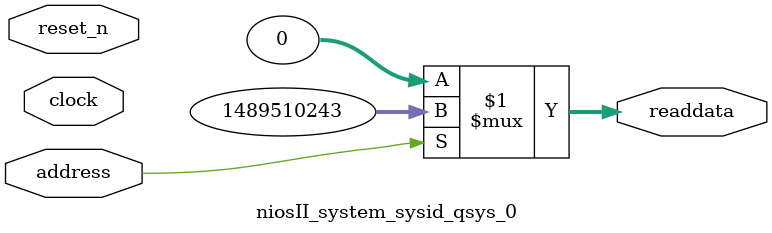
<source format=v>

`timescale 1ns / 1ps
// synthesis translate_on

// turn off superfluous verilog processor warnings 
// altera message_level Level1 
// altera message_off 10034 10035 10036 10037 10230 10240 10030 

module niosII_system_sysid_qsys_0 (
               // inputs:
                address,
                clock,
                reset_n,

               // outputs:
                readdata
             )
;

  output  [ 31: 0] readdata;
  input            address;
  input            clock;
  input            reset_n;

  wire    [ 31: 0] readdata;
  //control_slave, which is an e_avalon_slave
  assign readdata = address ? 1489510243 : 0;

endmodule




</source>
